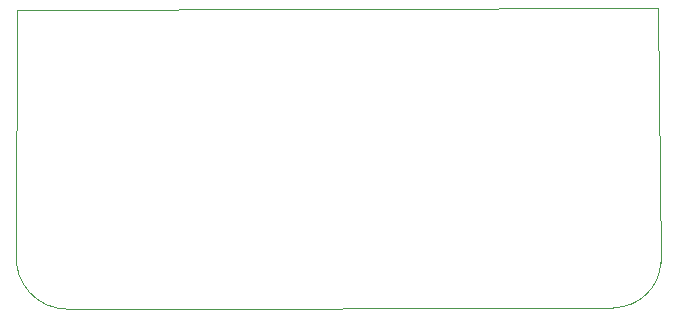
<source format=gbr>
%TF.GenerationSoftware,KiCad,Pcbnew,9.0.3*%
%TF.CreationDate,2025-10-08T16:43:24+01:00*%
%TF.ProjectId,power_bank,706f7765-725f-4626-916e-6b2e6b696361,rev?*%
%TF.SameCoordinates,Original*%
%TF.FileFunction,Profile,NP*%
%FSLAX46Y46*%
G04 Gerber Fmt 4.6, Leading zero omitted, Abs format (unit mm)*
G04 Created by KiCad (PCBNEW 9.0.3) date 2025-10-08 16:43:24*
%MOMM*%
%LPD*%
G01*
G04 APERTURE LIST*
%TA.AperFunction,Profile*%
%ADD10C,0.050000*%
%TD*%
G04 APERTURE END LIST*
D10*
X90325000Y-95190000D02*
X144606680Y-94977500D01*
X90325000Y-95190000D02*
X90249045Y-115733383D01*
X144606680Y-94977500D02*
X144813320Y-116562500D01*
X140773605Y-120379970D02*
X94607894Y-120508115D01*
X144813320Y-116562500D02*
G75*
G02*
X140765047Y-120379924I-4022220J210200D01*
G01*
X94607894Y-120508115D02*
G75*
G02*
X90249022Y-115733381I-38194J4342115D01*
G01*
M02*

</source>
